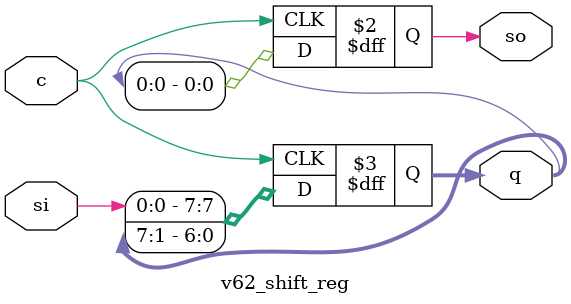
<source format=v>
module v62_shift_reg(c, si, so, q);
input c, si; 
output so;
reg so;
output [7:0] q;
reg [7:0] q;
always @ (posedge c) {q,so} = {si,q};
endmodule
</source>
